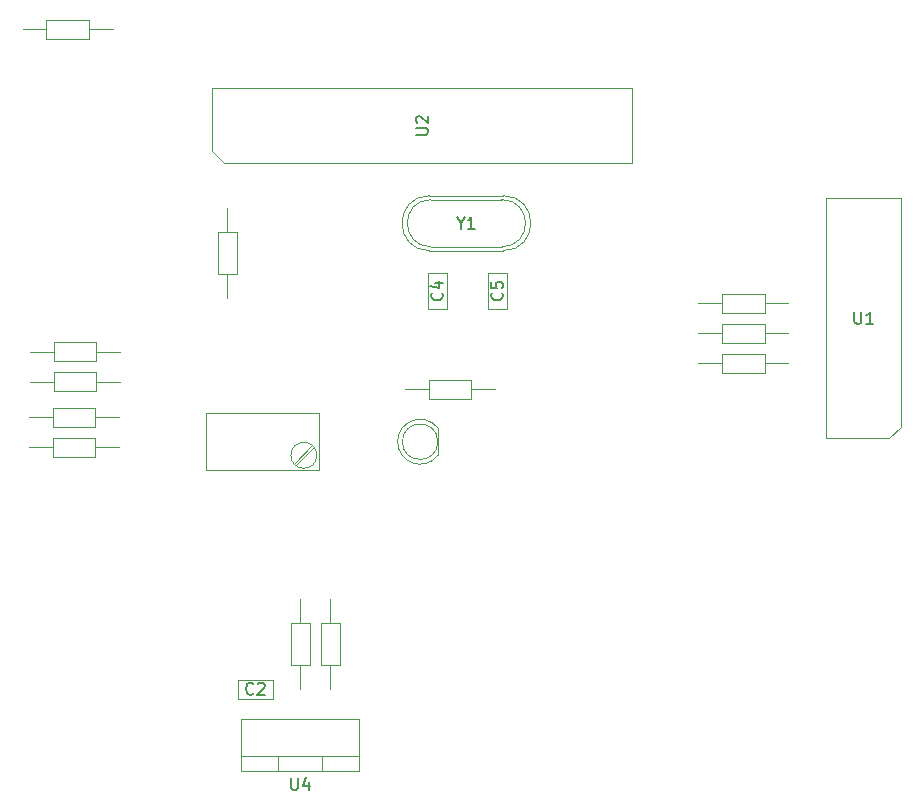
<source format=gbr>
G04 #@! TF.FileFunction,Other,Fab,Top*
%FSLAX46Y46*%
G04 Gerber Fmt 4.6, Leading zero omitted, Abs format (unit mm)*
G04 Created by KiCad (PCBNEW 4.0.7-e2-6376~58~ubuntu16.04.1) date Mon Oct 15 06:01:05 2018*
%MOMM*%
%LPD*%
G01*
G04 APERTURE LIST*
%ADD10C,0.100000*%
%ADD11C,0.150000*%
G04 APERTURE END LIST*
D10*
X131675555Y-85194524D02*
G75*
G03X131675000Y-87526190I-1500555J-1165476D01*
G01*
X131675000Y-86360000D02*
G75*
G03X131675000Y-86360000I-1500000J0D01*
G01*
X131675000Y-87526190D02*
X131675000Y-85193810D01*
X169890040Y-86073046D02*
X164540040Y-86073046D01*
X164540040Y-86073046D02*
X164540040Y-65753046D01*
X164540040Y-65753046D02*
X170890040Y-65753046D01*
X170890040Y-65753046D02*
X170890040Y-85073046D01*
X170890040Y-85073046D02*
X169890040Y-86073046D01*
X112596920Y-61775278D02*
X112596920Y-56425278D01*
X112596920Y-56425278D02*
X148156920Y-56425278D01*
X148156920Y-56425278D02*
X148156920Y-62775278D01*
X148156920Y-62775278D02*
X113596920Y-62775278D01*
X113596920Y-62775278D02*
X112596920Y-61775278D01*
X130971920Y-65530278D02*
X137221920Y-65530278D01*
X130971920Y-70180278D02*
X137221920Y-70180278D01*
X131096920Y-65855278D02*
X137096920Y-65855278D01*
X131096920Y-69855278D02*
X137096920Y-69855278D01*
X130971920Y-70180278D02*
G75*
G02X130971920Y-65530278I0J2325000D01*
G01*
X137221920Y-70180278D02*
G75*
G03X137221920Y-65530278I0J2325000D01*
G01*
X131096920Y-69855278D02*
G75*
G02X131096920Y-65855278I0J2000000D01*
G01*
X137096920Y-69855278D02*
G75*
G03X137096920Y-65855278I0J2000000D01*
G01*
X125015000Y-114260000D02*
X125015000Y-109860000D01*
X125015000Y-109860000D02*
X115015000Y-109860000D01*
X115015000Y-109860000D02*
X115015000Y-114260000D01*
X115015000Y-114260000D02*
X125015000Y-114260000D01*
X125015000Y-112990000D02*
X115015000Y-112990000D01*
X121865000Y-114260000D02*
X121865000Y-112990000D01*
X118165000Y-114260000D02*
X118165000Y-112990000D01*
X117725000Y-108115000D02*
X117725000Y-106515000D01*
X117725000Y-106515000D02*
X114725000Y-106515000D01*
X114725000Y-106515000D02*
X114725000Y-108115000D01*
X114725000Y-108115000D02*
X117725000Y-108115000D01*
X130846920Y-75090278D02*
X132446920Y-75090278D01*
X132446920Y-75090278D02*
X132446920Y-72090278D01*
X132446920Y-72090278D02*
X130846920Y-72090278D01*
X130846920Y-72090278D02*
X130846920Y-75090278D01*
X135926920Y-75090278D02*
X137526920Y-75090278D01*
X137526920Y-75090278D02*
X137526920Y-72090278D01*
X137526920Y-72090278D02*
X135926920Y-72090278D01*
X135926920Y-72090278D02*
X135926920Y-75090278D01*
X155755040Y-73843046D02*
X155755040Y-75443046D01*
X155755040Y-75443046D02*
X159355040Y-75443046D01*
X159355040Y-75443046D02*
X159355040Y-73843046D01*
X159355040Y-73843046D02*
X155755040Y-73843046D01*
X153745040Y-74643046D02*
X155755040Y-74643046D01*
X161365040Y-74643046D02*
X159355040Y-74643046D01*
X155755040Y-78923046D02*
X155755040Y-80523046D01*
X155755040Y-80523046D02*
X159355040Y-80523046D01*
X159355040Y-80523046D02*
X159355040Y-78923046D01*
X159355040Y-78923046D02*
X155755040Y-78923046D01*
X153745040Y-79723046D02*
X155755040Y-79723046D01*
X161365040Y-79723046D02*
X159355040Y-79723046D01*
X159355040Y-77983046D02*
X159355040Y-76383046D01*
X159355040Y-76383046D02*
X155755040Y-76383046D01*
X155755040Y-76383046D02*
X155755040Y-77983046D01*
X155755040Y-77983046D02*
X159355040Y-77983046D01*
X161365040Y-77183046D02*
X159355040Y-77183046D01*
X153745040Y-77183046D02*
X155755040Y-77183046D01*
X121755000Y-105305000D02*
X123355000Y-105305000D01*
X123355000Y-105305000D02*
X123355000Y-101705000D01*
X123355000Y-101705000D02*
X121755000Y-101705000D01*
X121755000Y-101705000D02*
X121755000Y-105305000D01*
X122555000Y-107315000D02*
X122555000Y-105305000D01*
X122555000Y-99695000D02*
X122555000Y-101705000D01*
X119215000Y-105305000D02*
X120815000Y-105305000D01*
X120815000Y-105305000D02*
X120815000Y-101705000D01*
X120815000Y-101705000D02*
X119215000Y-101705000D01*
X119215000Y-101705000D02*
X119215000Y-105305000D01*
X120015000Y-107315000D02*
X120015000Y-105305000D01*
X120015000Y-99695000D02*
X120015000Y-101705000D01*
X113066920Y-72195278D02*
X114666920Y-72195278D01*
X114666920Y-72195278D02*
X114666920Y-68595278D01*
X114666920Y-68595278D02*
X113066920Y-68595278D01*
X113066920Y-68595278D02*
X113066920Y-72195278D01*
X113866920Y-74205278D02*
X113866920Y-72195278D01*
X113866920Y-66585278D02*
X113866920Y-68595278D01*
X102671920Y-87635278D02*
X102671920Y-86035278D01*
X102671920Y-86035278D02*
X99071920Y-86035278D01*
X99071920Y-86035278D02*
X99071920Y-87635278D01*
X99071920Y-87635278D02*
X102671920Y-87635278D01*
X104681920Y-86835278D02*
X102671920Y-86835278D01*
X97061920Y-86835278D02*
X99071920Y-86835278D01*
X102671920Y-85095278D02*
X102671920Y-83495278D01*
X102671920Y-83495278D02*
X99071920Y-83495278D01*
X99071920Y-83495278D02*
X99071920Y-85095278D01*
X99071920Y-85095278D02*
X102671920Y-85095278D01*
X104681920Y-84295278D02*
X102671920Y-84295278D01*
X97061920Y-84295278D02*
X99071920Y-84295278D01*
X98530000Y-50635000D02*
X98530000Y-52235000D01*
X98530000Y-52235000D02*
X102130000Y-52235000D01*
X102130000Y-52235000D02*
X102130000Y-50635000D01*
X102130000Y-50635000D02*
X98530000Y-50635000D01*
X96520000Y-51435000D02*
X98530000Y-51435000D01*
X104140000Y-51435000D02*
X102130000Y-51435000D01*
X102765000Y-79540000D02*
X102765000Y-77940000D01*
X102765000Y-77940000D02*
X99165000Y-77940000D01*
X99165000Y-77940000D02*
X99165000Y-79540000D01*
X99165000Y-79540000D02*
X102765000Y-79540000D01*
X104775000Y-78740000D02*
X102765000Y-78740000D01*
X97155000Y-78740000D02*
X99165000Y-78740000D01*
X102765000Y-82080000D02*
X102765000Y-80480000D01*
X102765000Y-80480000D02*
X99165000Y-80480000D01*
X99165000Y-80480000D02*
X99165000Y-82080000D01*
X99165000Y-82080000D02*
X102765000Y-82080000D01*
X104775000Y-81280000D02*
X102765000Y-81280000D01*
X97155000Y-81280000D02*
X99165000Y-81280000D01*
X134515000Y-82715000D02*
X134515000Y-81115000D01*
X134515000Y-81115000D02*
X130915000Y-81115000D01*
X130915000Y-81115000D02*
X130915000Y-82715000D01*
X130915000Y-82715000D02*
X134515000Y-82715000D01*
X136525000Y-81915000D02*
X134515000Y-81915000D01*
X128905000Y-81915000D02*
X130915000Y-81915000D01*
X121430000Y-87510000D02*
G75*
G03X121430000Y-87510000I-1095000J0D01*
G01*
X112075000Y-83950000D02*
X112075000Y-88780000D01*
X112075000Y-88780000D02*
X121605000Y-88780000D01*
X121605000Y-88780000D02*
X121605000Y-83950000D01*
X121605000Y-83950000D02*
X112075000Y-83950000D01*
X121166000Y-86814000D02*
X119639000Y-88341000D01*
X121032000Y-86680000D02*
X119505000Y-88207000D01*
D11*
X166953135Y-75365427D02*
X166953135Y-76174951D01*
X167000754Y-76270189D01*
X167048373Y-76317808D01*
X167143611Y-76365427D01*
X167334088Y-76365427D01*
X167429326Y-76317808D01*
X167476945Y-76270189D01*
X167524564Y-76174951D01*
X167524564Y-75365427D01*
X168524564Y-76365427D02*
X167953135Y-76365427D01*
X168238849Y-76365427D02*
X168238849Y-75365427D01*
X168143611Y-75508284D01*
X168048373Y-75603522D01*
X167953135Y-75651141D01*
X129829301Y-60362183D02*
X130638825Y-60362183D01*
X130734063Y-60314564D01*
X130781682Y-60266945D01*
X130829301Y-60171707D01*
X130829301Y-59981230D01*
X130781682Y-59885992D01*
X130734063Y-59838373D01*
X130638825Y-59790754D01*
X129829301Y-59790754D01*
X129924539Y-59362183D02*
X129876920Y-59314564D01*
X129829301Y-59219326D01*
X129829301Y-58981230D01*
X129876920Y-58885992D01*
X129924539Y-58838373D01*
X130019777Y-58790754D01*
X130115015Y-58790754D01*
X130257872Y-58838373D01*
X130829301Y-59409802D01*
X130829301Y-58790754D01*
X133620729Y-67831468D02*
X133620729Y-68307659D01*
X133287396Y-67307659D02*
X133620729Y-67831468D01*
X133954063Y-67307659D01*
X134811206Y-68307659D02*
X134239777Y-68307659D01*
X134525491Y-68307659D02*
X134525491Y-67307659D01*
X134430253Y-67450516D01*
X134335015Y-67545754D01*
X134239777Y-67593373D01*
X119253095Y-114832381D02*
X119253095Y-115641905D01*
X119300714Y-115737143D01*
X119348333Y-115784762D01*
X119443571Y-115832381D01*
X119634048Y-115832381D01*
X119729286Y-115784762D01*
X119776905Y-115737143D01*
X119824524Y-115641905D01*
X119824524Y-114832381D01*
X120729286Y-115165714D02*
X120729286Y-115832381D01*
X120491190Y-114784762D02*
X120253095Y-115499048D01*
X120872143Y-115499048D01*
X116058334Y-107672143D02*
X116010715Y-107719762D01*
X115867858Y-107767381D01*
X115772620Y-107767381D01*
X115629762Y-107719762D01*
X115534524Y-107624524D01*
X115486905Y-107529286D01*
X115439286Y-107338810D01*
X115439286Y-107195952D01*
X115486905Y-107005476D01*
X115534524Y-106910238D01*
X115629762Y-106815000D01*
X115772620Y-106767381D01*
X115867858Y-106767381D01*
X116010715Y-106815000D01*
X116058334Y-106862619D01*
X116439286Y-106862619D02*
X116486905Y-106815000D01*
X116582143Y-106767381D01*
X116820239Y-106767381D01*
X116915477Y-106815000D01*
X116963096Y-106862619D01*
X117010715Y-106957857D01*
X117010715Y-107053095D01*
X116963096Y-107195952D01*
X116391667Y-107767381D01*
X117010715Y-107767381D01*
X132004063Y-73756944D02*
X132051682Y-73804563D01*
X132099301Y-73947420D01*
X132099301Y-74042658D01*
X132051682Y-74185516D01*
X131956444Y-74280754D01*
X131861206Y-74328373D01*
X131670730Y-74375992D01*
X131527872Y-74375992D01*
X131337396Y-74328373D01*
X131242158Y-74280754D01*
X131146920Y-74185516D01*
X131099301Y-74042658D01*
X131099301Y-73947420D01*
X131146920Y-73804563D01*
X131194539Y-73756944D01*
X131432634Y-72899801D02*
X132099301Y-72899801D01*
X131051682Y-73137897D02*
X131765968Y-73375992D01*
X131765968Y-72756944D01*
X137084063Y-73756944D02*
X137131682Y-73804563D01*
X137179301Y-73947420D01*
X137179301Y-74042658D01*
X137131682Y-74185516D01*
X137036444Y-74280754D01*
X136941206Y-74328373D01*
X136750730Y-74375992D01*
X136607872Y-74375992D01*
X136417396Y-74328373D01*
X136322158Y-74280754D01*
X136226920Y-74185516D01*
X136179301Y-74042658D01*
X136179301Y-73947420D01*
X136226920Y-73804563D01*
X136274539Y-73756944D01*
X136179301Y-72852182D02*
X136179301Y-73328373D01*
X136655491Y-73375992D01*
X136607872Y-73328373D01*
X136560253Y-73233135D01*
X136560253Y-72995039D01*
X136607872Y-72899801D01*
X136655491Y-72852182D01*
X136750730Y-72804563D01*
X136988825Y-72804563D01*
X137084063Y-72852182D01*
X137131682Y-72899801D01*
X137179301Y-72995039D01*
X137179301Y-73233135D01*
X137131682Y-73328373D01*
X137084063Y-73375992D01*
M02*

</source>
